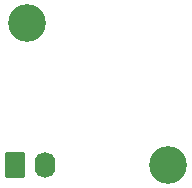
<source format=gbr>
%TF.GenerationSoftware,KiCad,Pcbnew,7.0.7*%
%TF.CreationDate,2023-09-06T19:43:05-05:00*%
%TF.ProjectId,HW1,4857312e-6b69-4636-9164-5f7063625858,1.0*%
%TF.SameCoordinates,Original*%
%TF.FileFunction,Soldermask,Bot*%
%TF.FilePolarity,Negative*%
%FSLAX46Y46*%
G04 Gerber Fmt 4.6, Leading zero omitted, Abs format (unit mm)*
G04 Created by KiCad (PCBNEW 7.0.7) date 2023-09-06 19:43:05*
%MOMM*%
%LPD*%
G01*
G04 APERTURE LIST*
G04 Aperture macros list*
%AMRoundRect*
0 Rectangle with rounded corners*
0 $1 Rounding radius*
0 $2 $3 $4 $5 $6 $7 $8 $9 X,Y pos of 4 corners*
0 Add a 4 corners polygon primitive as box body*
4,1,4,$2,$3,$4,$5,$6,$7,$8,$9,$2,$3,0*
0 Add four circle primitives for the rounded corners*
1,1,$1+$1,$2,$3*
1,1,$1+$1,$4,$5*
1,1,$1+$1,$6,$7*
1,1,$1+$1,$8,$9*
0 Add four rect primitives between the rounded corners*
20,1,$1+$1,$2,$3,$4,$5,0*
20,1,$1+$1,$4,$5,$6,$7,0*
20,1,$1+$1,$6,$7,$8,$9,0*
20,1,$1+$1,$8,$9,$2,$3,0*%
G04 Aperture macros list end*
%ADD10C,3.200000*%
%ADD11RoundRect,0.250000X-0.620000X-0.845000X0.620000X-0.845000X0.620000X0.845000X-0.620000X0.845000X0*%
%ADD12O,1.740000X2.190000*%
G04 APERTURE END LIST*
D10*
%TO.C,REF\u002A\u002A*%
X134000000Y-94000000D03*
X134000000Y-94000000D03*
%TD*%
%TO.C,REF\u002A\u002A*%
X146000000Y-106000000D03*
X146000000Y-106000000D03*
%TD*%
D11*
%TO.C,J1*%
X133000000Y-106000000D03*
D12*
X135540000Y-106000000D03*
%TD*%
M02*

</source>
